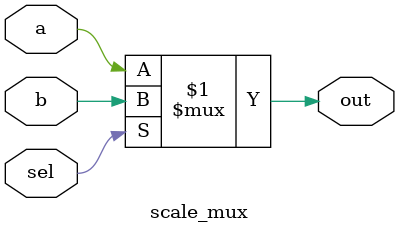
<source format=v>
/********************************************************************
 * scalable mux 
 * module name:scale_mux.v
 * author: Minaduki Shigure
 * date: 

 ********************************************************************/

`timescale 1ns / 1ns

module scale_mux(out, a, b, sel);

    parameter size = 1;

    output [size-1:0] out;
    input [size-1:0] a, b;
    input sel;

    assign out = sel ? b : a;

endmodule

</source>
